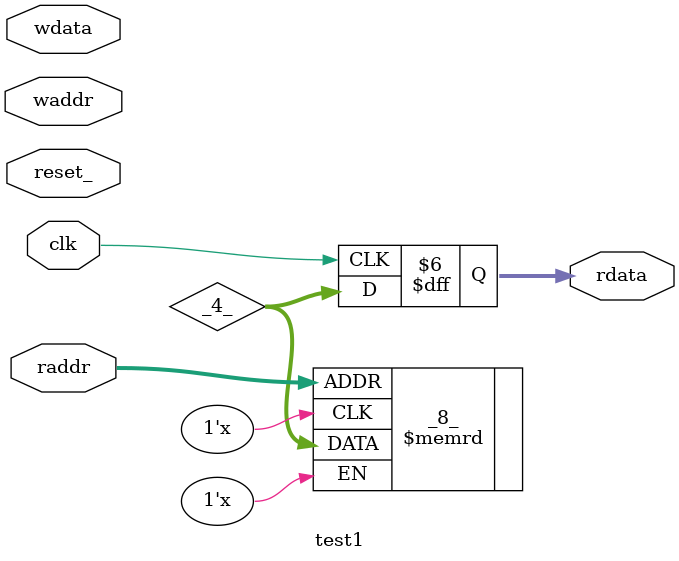
<source format=v>
/* Generated by Yosys 0.8+576 (git sha1 b5f1bd0, gcc 5.4.0-6ubuntu1~16.04.11 -fPIC -Os) */

(* cells_not_processed =  1  *)
(* src = "test.v:3" *)
module test0(clk, reset_, a, b, z);
  (* src = "test.v:13" *)
  reg _0_;
  (* src = "test.v:19" *)
  wire _1_;
  (* src = "test.v:15" *)
  wire _2_;
  (* src = "test.v:8" *)
  input a;
  (* src = "test.v:9" *)
  input b;
  (* src = "test.v:5" *)
  input clk;
  (* src = "test.v:6" *)
  input reset_;
  (* src = "test.v:11" *)
  output z;
  reg z;
  assign _1_ = a & (* src = "test.v:19" *) b;
  assign _2_ = ! (* src = "test.v:15" *) reset_;
  always @* begin
    _0_ = z;
    casez (_2_)
      1'h1:
          _0_ = 1'h0;
      default:
          _0_ = _1_;
    endcase
  end
  always @(posedge clk) begin
      z <= _0_;
  end
  always @(negedge reset_) begin
      z <= _0_;
  end
endmodule

(* cells_not_processed =  1  *)
(* src = "test.v:26" *)
module test1(clk, reset_, waddr, wdata, raddr, rdata);
  (* src = "test.v:37" *)
  reg [7:0] _0_;
  (* src = "test.v:37" *)
  reg [7:0] _1_;
  (* src = "test.v:37" *)
  reg [7:0] _2_;
  (* src = "test.v:37" *)
  reg [7:0] _3_;
  (* src = "test.v:40" *)
  wire [7:0] _4_;
  (* src = "test.v:39" *)
  reg [7:0] _5_;
  (* src = "test.v:39" *)
  reg [7:0] _6_;
  (* src = "test.v:39" *)
  reg [7:0] _7_;
  (* src = "test.v:28" *)
  input clk;
  (* src = "test.v:31" *)
  input [7:0] raddr;
  (* src = "test.v:33" *)
  output [7:0] rdata;
  reg [7:0] rdata;
  (* src = "test.v:29" *)
  input reset_;
  (* src = "test.v:31" *)
  input [7:0] waddr;
  (* src = "test.v:32" *)
  input [7:0] wdata;
  (* src = "test.v:35" *)
  reg [7:0] mem [255:0];
  (* src = "test.v:40" *)
  \$memrd  #(
    .ABITS(32'd8),
    .CLK_ENABLE(32'd0),
    .CLK_POLARITY(32'd0),
    .MEMID("\\mem"),
    .TRANSPARENT(32'd0),
    .WIDTH(32'd8)
  ) _8_ (
    .ADDR(raddr),
    .CLK(1'hx),
    .DATA(_4_),
    .EN(1'hx)
  );
  (* src = "test.v:39" *)
  \$memwr  #(
    .ABITS(32'd8),
    .CLK_ENABLE(32'd0),
    .CLK_POLARITY(32'd0),
    .MEMID("\\mem"),
    .PRIORITY(32'd10),
    .WIDTH(32'd8)
  ) _9_ (
    .ADDR(_5_),
    .CLK(1'hx),
    .DATA(_6_),
    .EN(_7_)
  );
  always @* begin
    _0_ = waddr;
    _1_ = wdata;
    _2_ = 8'hff;
    _3_ = _4_;
  end
  always @(posedge clk) begin
      _5_ <= _0_;
      rdata <= _3_;
      _6_ <= _1_;
      _7_ <= _2_;
  end
endmodule

</source>
